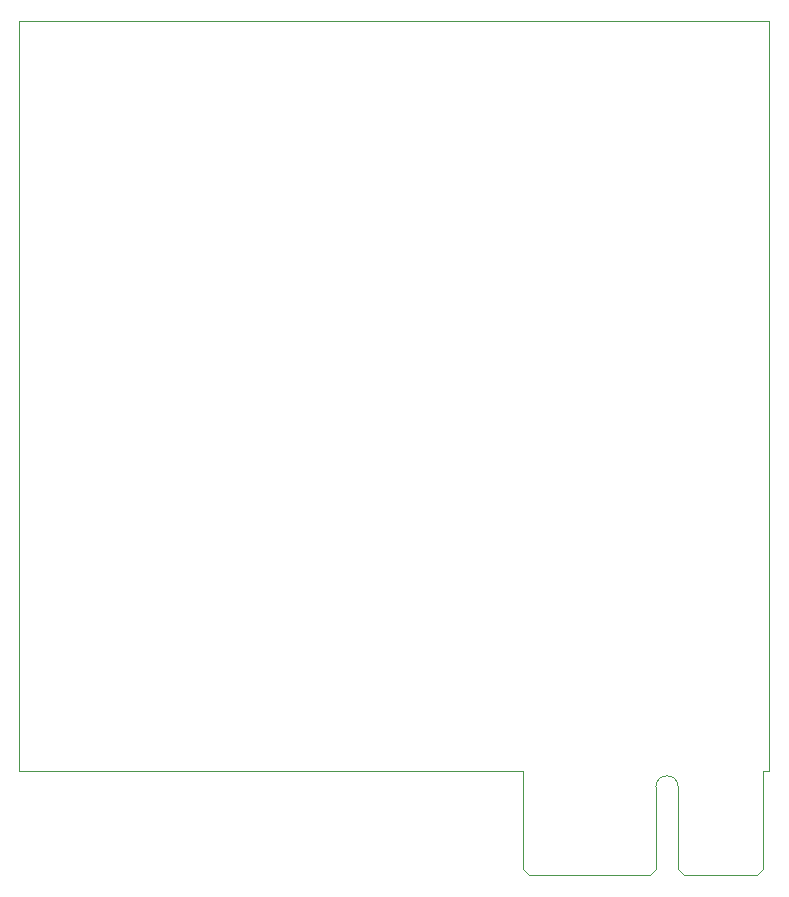
<source format=gbr>
%TF.GenerationSoftware,KiCad,Pcbnew,7.0.1-0*%
%TF.CreationDate,2023-09-14T23:18:32-07:00*%
%TF.ProjectId,HX-board,48582d62-6f61-4726-942e-6b696361645f,rev?*%
%TF.SameCoordinates,Original*%
%TF.FileFunction,Profile,NP*%
%FSLAX46Y46*%
G04 Gerber Fmt 4.6, Leading zero omitted, Abs format (unit mm)*
G04 Created by KiCad (PCBNEW 7.0.1-0) date 2023-09-14 23:18:32*
%MOMM*%
%LPD*%
G01*
G04 APERTURE LIST*
%TA.AperFunction,Profile*%
%ADD10C,0.100000*%
%TD*%
G04 APERTURE END LIST*
D10*
X101600000Y-127000000D02*
X101600000Y-63500000D01*
X144282000Y-127372000D02*
X144272000Y-127000000D01*
X101600000Y-63500000D02*
X165100000Y-63500000D01*
X165100000Y-63500000D02*
X165100000Y-127000000D01*
X144272000Y-127000000D02*
X101600000Y-127000000D01*
X165100000Y-127000000D02*
X164592000Y-127000000D01*
X164592000Y-127000000D02*
X164582000Y-127372000D01*
%TO.C,J2*%
X144282000Y-127372000D02*
X144282000Y-135272000D01*
X144282000Y-135272000D02*
X144782000Y-135772000D01*
X144782000Y-135772000D02*
X154982000Y-135772000D01*
X155482000Y-128322000D02*
X155482000Y-135272000D01*
X155482000Y-135272000D02*
X154982000Y-135772000D01*
X157382000Y-128322000D02*
X157382000Y-135272000D01*
X157382000Y-135272000D02*
X157882000Y-135772000D01*
X157882000Y-135772000D02*
X164082000Y-135772000D01*
X164582000Y-127372000D02*
X164582000Y-135272000D01*
X164582000Y-135272000D02*
X164082000Y-135772000D01*
X157382000Y-128322000D02*
G75*
G03*
X155482000Y-128322000I-950000J0D01*
G01*
%TD*%
M02*

</source>
